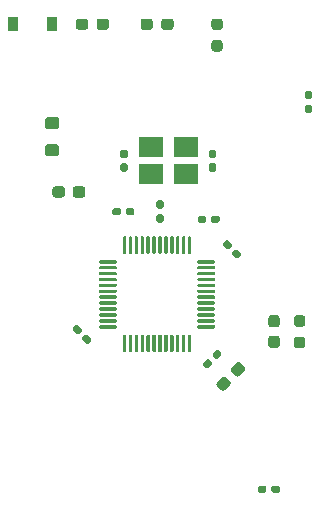
<source format=gbr>
%TF.GenerationSoftware,KiCad,Pcbnew,(5.1.10-1-10_14)*%
%TF.CreationDate,2022-01-24T14:54:24+11:00*%
%TF.ProjectId,STM32L431CBT6_BO,53544d33-324c-4343-9331-434254365f42,rev?*%
%TF.SameCoordinates,Original*%
%TF.FileFunction,Paste,Top*%
%TF.FilePolarity,Positive*%
%FSLAX46Y46*%
G04 Gerber Fmt 4.6, Leading zero omitted, Abs format (unit mm)*
G04 Created by KiCad (PCBNEW (5.1.10-1-10_14)) date 2022-01-24 14:54:24*
%MOMM*%
%LPD*%
G01*
G04 APERTURE LIST*
%ADD10R,0.900000X1.200000*%
%ADD11R,2.100000X1.800000*%
G04 APERTURE END LIST*
%TO.C,C6*%
G36*
G01*
X169531500Y-53820000D02*
X169531500Y-54130000D01*
G75*
G02*
X169376500Y-54285000I-155000J0D01*
G01*
X168951500Y-54285000D01*
G75*
G02*
X168796500Y-54130000I0J155000D01*
G01*
X168796500Y-53820000D01*
G75*
G02*
X168951500Y-53665000I155000J0D01*
G01*
X169376500Y-53665000D01*
G75*
G02*
X169531500Y-53820000I0J-155000D01*
G01*
G37*
G36*
G01*
X168396500Y-53820000D02*
X168396500Y-54130000D01*
G75*
G02*
X168241500Y-54285000I-155000J0D01*
G01*
X167816500Y-54285000D01*
G75*
G02*
X167661500Y-54130000I0J155000D01*
G01*
X167661500Y-53820000D01*
G75*
G02*
X167816500Y-53665000I155000J0D01*
G01*
X168241500Y-53665000D01*
G75*
G02*
X168396500Y-53820000I0J-155000D01*
G01*
G37*
%TD*%
%TO.C,C10*%
G36*
G01*
X168811000Y-49455540D02*
X168501000Y-49455540D01*
G75*
G02*
X168346000Y-49300540I0J155000D01*
G01*
X168346000Y-48875540D01*
G75*
G02*
X168501000Y-48720540I155000J0D01*
G01*
X168811000Y-48720540D01*
G75*
G02*
X168966000Y-48875540I0J-155000D01*
G01*
X168966000Y-49300540D01*
G75*
G02*
X168811000Y-49455540I-155000J0D01*
G01*
G37*
G36*
G01*
X168811000Y-50590540D02*
X168501000Y-50590540D01*
G75*
G02*
X168346000Y-50435540I0J155000D01*
G01*
X168346000Y-50010540D01*
G75*
G02*
X168501000Y-49855540I155000J0D01*
G01*
X168811000Y-49855540D01*
G75*
G02*
X168966000Y-50010540I0J-155000D01*
G01*
X168966000Y-50435540D01*
G75*
G02*
X168811000Y-50590540I-155000J0D01*
G01*
G37*
%TD*%
%TO.C,C5*%
G36*
G01*
X177300372Y-67981752D02*
X177636248Y-68317628D01*
G75*
G02*
X177636248Y-68653504I-167938J-167938D01*
G01*
X177211984Y-69077768D01*
G75*
G02*
X176876108Y-69077768I-167938J167938D01*
G01*
X176540232Y-68741892D01*
G75*
G02*
X176540232Y-68406016I167938J167938D01*
G01*
X176964496Y-67981752D01*
G75*
G02*
X177300372Y-67981752I167938J-167938D01*
G01*
G37*
G36*
G01*
X178520132Y-66761992D02*
X178856008Y-67097868D01*
G75*
G02*
X178856008Y-67433744I-167938J-167938D01*
G01*
X178431744Y-67858008D01*
G75*
G02*
X178095868Y-67858008I-167938J167938D01*
G01*
X177759992Y-67522132D01*
G75*
G02*
X177759992Y-67186256I167938J167938D01*
G01*
X178184256Y-66761992D01*
G75*
G02*
X178520132Y-66761992I167938J-167938D01*
G01*
G37*
%TD*%
%TO.C,C1*%
G36*
G01*
X176027500Y-54765000D02*
X176027500Y-54455000D01*
G75*
G02*
X176182500Y-54300000I155000J0D01*
G01*
X176607500Y-54300000D01*
G75*
G02*
X176762500Y-54455000I0J-155000D01*
G01*
X176762500Y-54765000D01*
G75*
G02*
X176607500Y-54920000I-155000J0D01*
G01*
X176182500Y-54920000D01*
G75*
G02*
X176027500Y-54765000I0J155000D01*
G01*
G37*
G36*
G01*
X174892500Y-54765000D02*
X174892500Y-54455000D01*
G75*
G02*
X175047500Y-54300000I155000J0D01*
G01*
X175472500Y-54300000D01*
G75*
G02*
X175627500Y-54455000I0J-155000D01*
G01*
X175627500Y-54765000D01*
G75*
G02*
X175472500Y-54920000I-155000J0D01*
G01*
X175047500Y-54920000D01*
G75*
G02*
X174892500Y-54765000I0J155000D01*
G01*
G37*
%TD*%
%TO.C,C2*%
G36*
G01*
X177029253Y-56598456D02*
X177248456Y-56379253D01*
G75*
G02*
X177467660Y-56379253I109602J-109602D01*
G01*
X177768181Y-56679774D01*
G75*
G02*
X177768181Y-56898978I-109602J-109602D01*
G01*
X177548978Y-57118181D01*
G75*
G02*
X177329774Y-57118181I-109602J109602D01*
G01*
X177029253Y-56817660D01*
G75*
G02*
X177029253Y-56598456I109602J109602D01*
G01*
G37*
G36*
G01*
X177831819Y-57401022D02*
X178051022Y-57181819D01*
G75*
G02*
X178270226Y-57181819I109602J-109602D01*
G01*
X178570747Y-57482340D01*
G75*
G02*
X178570747Y-57701544I-109602J-109602D01*
G01*
X178351544Y-57920747D01*
G75*
G02*
X178132340Y-57920747I-109602J109602D01*
G01*
X177831819Y-57620226D01*
G75*
G02*
X177831819Y-57401022I109602J109602D01*
G01*
G37*
%TD*%
%TO.C,C3*%
G36*
G01*
X165068181Y-64117695D02*
X164848978Y-64336898D01*
G75*
G02*
X164629774Y-64336898I-109602J109602D01*
G01*
X164329253Y-64036377D01*
G75*
G02*
X164329253Y-63817173I109602J109602D01*
G01*
X164548456Y-63597970D01*
G75*
G02*
X164767660Y-63597970I109602J-109602D01*
G01*
X165068181Y-63898491D01*
G75*
G02*
X165068181Y-64117695I-109602J-109602D01*
G01*
G37*
G36*
G01*
X165870747Y-64920261D02*
X165651544Y-65139464D01*
G75*
G02*
X165432340Y-65139464I-109602J109602D01*
G01*
X165131819Y-64838943D01*
G75*
G02*
X165131819Y-64619739I109602J109602D01*
G01*
X165351022Y-64400536D01*
G75*
G02*
X165570226Y-64400536I109602J-109602D01*
G01*
X165870747Y-64701057D01*
G75*
G02*
X165870747Y-64920261I-109602J-109602D01*
G01*
G37*
%TD*%
%TO.C,C4*%
G36*
G01*
X176680261Y-65670536D02*
X176899464Y-65889739D01*
G75*
G02*
X176899464Y-66108943I-109602J-109602D01*
G01*
X176598943Y-66409464D01*
G75*
G02*
X176379739Y-66409464I-109602J109602D01*
G01*
X176160536Y-66190261D01*
G75*
G02*
X176160536Y-65971057I109602J109602D01*
G01*
X176461057Y-65670536D01*
G75*
G02*
X176680261Y-65670536I109602J-109602D01*
G01*
G37*
G36*
G01*
X175877695Y-66473102D02*
X176096898Y-66692305D01*
G75*
G02*
X176096898Y-66911509I-109602J-109602D01*
G01*
X175796377Y-67212030D01*
G75*
G02*
X175577173Y-67212030I-109602J109602D01*
G01*
X175357970Y-66992827D01*
G75*
G02*
X175357970Y-66773623I109602J109602D01*
G01*
X175658491Y-66473102D01*
G75*
G02*
X175877695Y-66473102I109602J-109602D01*
G01*
G37*
%TD*%
%TO.C,C7*%
G36*
G01*
X165383500Y-52060500D02*
X165383500Y-52535500D01*
G75*
G02*
X165146000Y-52773000I-237500J0D01*
G01*
X164546000Y-52773000D01*
G75*
G02*
X164308500Y-52535500I0J237500D01*
G01*
X164308500Y-52060500D01*
G75*
G02*
X164546000Y-51823000I237500J0D01*
G01*
X165146000Y-51823000D01*
G75*
G02*
X165383500Y-52060500I0J-237500D01*
G01*
G37*
G36*
G01*
X163658500Y-52060500D02*
X163658500Y-52535500D01*
G75*
G02*
X163421000Y-52773000I-237500J0D01*
G01*
X162821000Y-52773000D01*
G75*
G02*
X162583500Y-52535500I0J237500D01*
G01*
X162583500Y-52060500D01*
G75*
G02*
X162821000Y-51823000I237500J0D01*
G01*
X163421000Y-51823000D01*
G75*
G02*
X163658500Y-52060500I0J-237500D01*
G01*
G37*
%TD*%
%TO.C,C8*%
G36*
G01*
X180715500Y-77315000D02*
X180715500Y-77625000D01*
G75*
G02*
X180560500Y-77780000I-155000J0D01*
G01*
X180135500Y-77780000D01*
G75*
G02*
X179980500Y-77625000I0J155000D01*
G01*
X179980500Y-77315000D01*
G75*
G02*
X180135500Y-77160000I155000J0D01*
G01*
X180560500Y-77160000D01*
G75*
G02*
X180715500Y-77315000I0J-155000D01*
G01*
G37*
G36*
G01*
X181850500Y-77315000D02*
X181850500Y-77625000D01*
G75*
G02*
X181695500Y-77780000I-155000J0D01*
G01*
X181270500Y-77780000D01*
G75*
G02*
X181115500Y-77625000I0J155000D01*
G01*
X181115500Y-77315000D01*
G75*
G02*
X181270500Y-77160000I155000J0D01*
G01*
X181695500Y-77160000D01*
G75*
G02*
X181850500Y-77315000I0J-155000D01*
G01*
G37*
%TD*%
%TO.C,C9*%
G36*
G01*
X175994000Y-48720920D02*
X176304000Y-48720920D01*
G75*
G02*
X176459000Y-48875920I0J-155000D01*
G01*
X176459000Y-49300920D01*
G75*
G02*
X176304000Y-49455920I-155000J0D01*
G01*
X175994000Y-49455920D01*
G75*
G02*
X175839000Y-49300920I0J155000D01*
G01*
X175839000Y-48875920D01*
G75*
G02*
X175994000Y-48720920I155000J0D01*
G01*
G37*
G36*
G01*
X175994000Y-49855920D02*
X176304000Y-49855920D01*
G75*
G02*
X176459000Y-50010920I0J-155000D01*
G01*
X176459000Y-50435920D01*
G75*
G02*
X176304000Y-50590920I-155000J0D01*
G01*
X175994000Y-50590920D01*
G75*
G02*
X175839000Y-50435920I0J155000D01*
G01*
X175839000Y-50010920D01*
G75*
G02*
X175994000Y-49855920I155000J0D01*
G01*
G37*
%TD*%
D10*
%TO.C,D1*%
X162560000Y-38100000D03*
X159260000Y-38100000D03*
%TD*%
%TO.C,D2*%
G36*
G01*
X181593500Y-63771000D02*
X181118500Y-63771000D01*
G75*
G02*
X180881000Y-63533500I0J237500D01*
G01*
X180881000Y-62958500D01*
G75*
G02*
X181118500Y-62721000I237500J0D01*
G01*
X181593500Y-62721000D01*
G75*
G02*
X181831000Y-62958500I0J-237500D01*
G01*
X181831000Y-63533500D01*
G75*
G02*
X181593500Y-63771000I-237500J0D01*
G01*
G37*
G36*
G01*
X181593500Y-65521000D02*
X181118500Y-65521000D01*
G75*
G02*
X180881000Y-65283500I0J237500D01*
G01*
X180881000Y-64708500D01*
G75*
G02*
X181118500Y-64471000I237500J0D01*
G01*
X181593500Y-64471000D01*
G75*
G02*
X181831000Y-64708500I0J-237500D01*
G01*
X181831000Y-65283500D01*
G75*
G02*
X181593500Y-65521000I-237500J0D01*
G01*
G37*
%TD*%
%TO.C,D3*%
G36*
G01*
X172850000Y-37862500D02*
X172850000Y-38337500D01*
G75*
G02*
X172612500Y-38575000I-237500J0D01*
G01*
X172037500Y-38575000D01*
G75*
G02*
X171800000Y-38337500I0J237500D01*
G01*
X171800000Y-37862500D01*
G75*
G02*
X172037500Y-37625000I237500J0D01*
G01*
X172612500Y-37625000D01*
G75*
G02*
X172850000Y-37862500I0J-237500D01*
G01*
G37*
G36*
G01*
X171100000Y-37862500D02*
X171100000Y-38337500D01*
G75*
G02*
X170862500Y-38575000I-237500J0D01*
G01*
X170287500Y-38575000D01*
G75*
G02*
X170050000Y-38337500I0J237500D01*
G01*
X170050000Y-37862500D01*
G75*
G02*
X170287500Y-37625000I237500J0D01*
G01*
X170862500Y-37625000D01*
G75*
G02*
X171100000Y-37862500I0J-237500D01*
G01*
G37*
%TD*%
%TO.C,F1*%
G36*
G01*
X167375000Y-37862500D02*
X167375000Y-38337500D01*
G75*
G02*
X167137500Y-38575000I-237500J0D01*
G01*
X166562500Y-38575000D01*
G75*
G02*
X166325000Y-38337500I0J237500D01*
G01*
X166325000Y-37862500D01*
G75*
G02*
X166562500Y-37625000I237500J0D01*
G01*
X167137500Y-37625000D01*
G75*
G02*
X167375000Y-37862500I0J-237500D01*
G01*
G37*
G36*
G01*
X165625000Y-37862500D02*
X165625000Y-38337500D01*
G75*
G02*
X165387500Y-38575000I-237500J0D01*
G01*
X164812500Y-38575000D01*
G75*
G02*
X164575000Y-38337500I0J237500D01*
G01*
X164575000Y-37862500D01*
G75*
G02*
X164812500Y-37625000I237500J0D01*
G01*
X165387500Y-37625000D01*
G75*
G02*
X165625000Y-37862500I0J-237500D01*
G01*
G37*
%TD*%
%TO.C,FB1*%
G36*
G01*
X162910001Y-49293000D02*
X162209999Y-49293000D01*
G75*
G02*
X161960000Y-49043001I0J249999D01*
G01*
X161960000Y-48492999D01*
G75*
G02*
X162209999Y-48243000I249999J0D01*
G01*
X162910001Y-48243000D01*
G75*
G02*
X163160000Y-48492999I0J-249999D01*
G01*
X163160000Y-49043001D01*
G75*
G02*
X162910001Y-49293000I-249999J0D01*
G01*
G37*
G36*
G01*
X162910001Y-46993000D02*
X162209999Y-46993000D01*
G75*
G02*
X161960000Y-46743001I0J249999D01*
G01*
X161960000Y-46192999D01*
G75*
G02*
X162209999Y-45943000I249999J0D01*
G01*
X162910001Y-45943000D01*
G75*
G02*
X163160000Y-46192999I0J-249999D01*
G01*
X163160000Y-46743001D01*
G75*
G02*
X162910001Y-46993000I-249999J0D01*
G01*
G37*
%TD*%
%TO.C,R1*%
G36*
G01*
X184117000Y-43711500D02*
X184437000Y-43711500D01*
G75*
G02*
X184597000Y-43871500I0J-160000D01*
G01*
X184597000Y-44266500D01*
G75*
G02*
X184437000Y-44426500I-160000J0D01*
G01*
X184117000Y-44426500D01*
G75*
G02*
X183957000Y-44266500I0J160000D01*
G01*
X183957000Y-43871500D01*
G75*
G02*
X184117000Y-43711500I160000J0D01*
G01*
G37*
G36*
G01*
X184117000Y-44906500D02*
X184437000Y-44906500D01*
G75*
G02*
X184597000Y-45066500I0J-160000D01*
G01*
X184597000Y-45461500D01*
G75*
G02*
X184437000Y-45621500I-160000J0D01*
G01*
X184117000Y-45621500D01*
G75*
G02*
X183957000Y-45461500I0J160000D01*
G01*
X183957000Y-45066500D01*
G75*
G02*
X184117000Y-44906500I160000J0D01*
G01*
G37*
%TD*%
%TO.C,R2*%
G36*
G01*
X183752500Y-63710000D02*
X183277500Y-63710000D01*
G75*
G02*
X183040000Y-63472500I0J237500D01*
G01*
X183040000Y-62972500D01*
G75*
G02*
X183277500Y-62735000I237500J0D01*
G01*
X183752500Y-62735000D01*
G75*
G02*
X183990000Y-62972500I0J-237500D01*
G01*
X183990000Y-63472500D01*
G75*
G02*
X183752500Y-63710000I-237500J0D01*
G01*
G37*
G36*
G01*
X183752500Y-65535000D02*
X183277500Y-65535000D01*
G75*
G02*
X183040000Y-65297500I0J237500D01*
G01*
X183040000Y-64797500D01*
G75*
G02*
X183277500Y-64560000I237500J0D01*
G01*
X183752500Y-64560000D01*
G75*
G02*
X183990000Y-64797500I0J-237500D01*
G01*
X183990000Y-65297500D01*
G75*
G02*
X183752500Y-65535000I-237500J0D01*
G01*
G37*
%TD*%
%TO.C,R3*%
G36*
G01*
X171864000Y-53697500D02*
X171544000Y-53697500D01*
G75*
G02*
X171384000Y-53537500I0J160000D01*
G01*
X171384000Y-53142500D01*
G75*
G02*
X171544000Y-52982500I160000J0D01*
G01*
X171864000Y-52982500D01*
G75*
G02*
X172024000Y-53142500I0J-160000D01*
G01*
X172024000Y-53537500D01*
G75*
G02*
X171864000Y-53697500I-160000J0D01*
G01*
G37*
G36*
G01*
X171864000Y-54892500D02*
X171544000Y-54892500D01*
G75*
G02*
X171384000Y-54732500I0J160000D01*
G01*
X171384000Y-54337500D01*
G75*
G02*
X171544000Y-54177500I160000J0D01*
G01*
X171864000Y-54177500D01*
G75*
G02*
X172024000Y-54337500I0J-160000D01*
G01*
X172024000Y-54732500D01*
G75*
G02*
X171864000Y-54892500I-160000J0D01*
G01*
G37*
%TD*%
%TO.C,R4*%
G36*
G01*
X176292500Y-37612500D02*
X176767500Y-37612500D01*
G75*
G02*
X177005000Y-37850000I0J-237500D01*
G01*
X177005000Y-38350000D01*
G75*
G02*
X176767500Y-38587500I-237500J0D01*
G01*
X176292500Y-38587500D01*
G75*
G02*
X176055000Y-38350000I0J237500D01*
G01*
X176055000Y-37850000D01*
G75*
G02*
X176292500Y-37612500I237500J0D01*
G01*
G37*
G36*
G01*
X176292500Y-39437500D02*
X176767500Y-39437500D01*
G75*
G02*
X177005000Y-39675000I0J-237500D01*
G01*
X177005000Y-40175000D01*
G75*
G02*
X176767500Y-40412500I-237500J0D01*
G01*
X176292500Y-40412500D01*
G75*
G02*
X176055000Y-40175000I0J237500D01*
G01*
X176055000Y-39675000D01*
G75*
G02*
X176292500Y-39437500I237500J0D01*
G01*
G37*
%TD*%
%TO.C,U1*%
G36*
G01*
X174125000Y-56060000D02*
X174275000Y-56060000D01*
G75*
G02*
X174350000Y-56135000I0J-75000D01*
G01*
X174350000Y-57460000D01*
G75*
G02*
X174275000Y-57535000I-75000J0D01*
G01*
X174125000Y-57535000D01*
G75*
G02*
X174050000Y-57460000I0J75000D01*
G01*
X174050000Y-56135000D01*
G75*
G02*
X174125000Y-56060000I75000J0D01*
G01*
G37*
G36*
G01*
X173625000Y-56060000D02*
X173775000Y-56060000D01*
G75*
G02*
X173850000Y-56135000I0J-75000D01*
G01*
X173850000Y-57460000D01*
G75*
G02*
X173775000Y-57535000I-75000J0D01*
G01*
X173625000Y-57535000D01*
G75*
G02*
X173550000Y-57460000I0J75000D01*
G01*
X173550000Y-56135000D01*
G75*
G02*
X173625000Y-56060000I75000J0D01*
G01*
G37*
G36*
G01*
X173125000Y-56060000D02*
X173275000Y-56060000D01*
G75*
G02*
X173350000Y-56135000I0J-75000D01*
G01*
X173350000Y-57460000D01*
G75*
G02*
X173275000Y-57535000I-75000J0D01*
G01*
X173125000Y-57535000D01*
G75*
G02*
X173050000Y-57460000I0J75000D01*
G01*
X173050000Y-56135000D01*
G75*
G02*
X173125000Y-56060000I75000J0D01*
G01*
G37*
G36*
G01*
X172625000Y-56060000D02*
X172775000Y-56060000D01*
G75*
G02*
X172850000Y-56135000I0J-75000D01*
G01*
X172850000Y-57460000D01*
G75*
G02*
X172775000Y-57535000I-75000J0D01*
G01*
X172625000Y-57535000D01*
G75*
G02*
X172550000Y-57460000I0J75000D01*
G01*
X172550000Y-56135000D01*
G75*
G02*
X172625000Y-56060000I75000J0D01*
G01*
G37*
G36*
G01*
X172125000Y-56060000D02*
X172275000Y-56060000D01*
G75*
G02*
X172350000Y-56135000I0J-75000D01*
G01*
X172350000Y-57460000D01*
G75*
G02*
X172275000Y-57535000I-75000J0D01*
G01*
X172125000Y-57535000D01*
G75*
G02*
X172050000Y-57460000I0J75000D01*
G01*
X172050000Y-56135000D01*
G75*
G02*
X172125000Y-56060000I75000J0D01*
G01*
G37*
G36*
G01*
X171625000Y-56060000D02*
X171775000Y-56060000D01*
G75*
G02*
X171850000Y-56135000I0J-75000D01*
G01*
X171850000Y-57460000D01*
G75*
G02*
X171775000Y-57535000I-75000J0D01*
G01*
X171625000Y-57535000D01*
G75*
G02*
X171550000Y-57460000I0J75000D01*
G01*
X171550000Y-56135000D01*
G75*
G02*
X171625000Y-56060000I75000J0D01*
G01*
G37*
G36*
G01*
X171125000Y-56060000D02*
X171275000Y-56060000D01*
G75*
G02*
X171350000Y-56135000I0J-75000D01*
G01*
X171350000Y-57460000D01*
G75*
G02*
X171275000Y-57535000I-75000J0D01*
G01*
X171125000Y-57535000D01*
G75*
G02*
X171050000Y-57460000I0J75000D01*
G01*
X171050000Y-56135000D01*
G75*
G02*
X171125000Y-56060000I75000J0D01*
G01*
G37*
G36*
G01*
X170625000Y-56060000D02*
X170775000Y-56060000D01*
G75*
G02*
X170850000Y-56135000I0J-75000D01*
G01*
X170850000Y-57460000D01*
G75*
G02*
X170775000Y-57535000I-75000J0D01*
G01*
X170625000Y-57535000D01*
G75*
G02*
X170550000Y-57460000I0J75000D01*
G01*
X170550000Y-56135000D01*
G75*
G02*
X170625000Y-56060000I75000J0D01*
G01*
G37*
G36*
G01*
X170125000Y-56060000D02*
X170275000Y-56060000D01*
G75*
G02*
X170350000Y-56135000I0J-75000D01*
G01*
X170350000Y-57460000D01*
G75*
G02*
X170275000Y-57535000I-75000J0D01*
G01*
X170125000Y-57535000D01*
G75*
G02*
X170050000Y-57460000I0J75000D01*
G01*
X170050000Y-56135000D01*
G75*
G02*
X170125000Y-56060000I75000J0D01*
G01*
G37*
G36*
G01*
X169625000Y-56060000D02*
X169775000Y-56060000D01*
G75*
G02*
X169850000Y-56135000I0J-75000D01*
G01*
X169850000Y-57460000D01*
G75*
G02*
X169775000Y-57535000I-75000J0D01*
G01*
X169625000Y-57535000D01*
G75*
G02*
X169550000Y-57460000I0J75000D01*
G01*
X169550000Y-56135000D01*
G75*
G02*
X169625000Y-56060000I75000J0D01*
G01*
G37*
G36*
G01*
X169125000Y-56060000D02*
X169275000Y-56060000D01*
G75*
G02*
X169350000Y-56135000I0J-75000D01*
G01*
X169350000Y-57460000D01*
G75*
G02*
X169275000Y-57535000I-75000J0D01*
G01*
X169125000Y-57535000D01*
G75*
G02*
X169050000Y-57460000I0J75000D01*
G01*
X169050000Y-56135000D01*
G75*
G02*
X169125000Y-56060000I75000J0D01*
G01*
G37*
G36*
G01*
X168625000Y-56060000D02*
X168775000Y-56060000D01*
G75*
G02*
X168850000Y-56135000I0J-75000D01*
G01*
X168850000Y-57460000D01*
G75*
G02*
X168775000Y-57535000I-75000J0D01*
G01*
X168625000Y-57535000D01*
G75*
G02*
X168550000Y-57460000I0J75000D01*
G01*
X168550000Y-56135000D01*
G75*
G02*
X168625000Y-56060000I75000J0D01*
G01*
G37*
G36*
G01*
X166625000Y-58060000D02*
X167950000Y-58060000D01*
G75*
G02*
X168025000Y-58135000I0J-75000D01*
G01*
X168025000Y-58285000D01*
G75*
G02*
X167950000Y-58360000I-75000J0D01*
G01*
X166625000Y-58360000D01*
G75*
G02*
X166550000Y-58285000I0J75000D01*
G01*
X166550000Y-58135000D01*
G75*
G02*
X166625000Y-58060000I75000J0D01*
G01*
G37*
G36*
G01*
X166625000Y-58560000D02*
X167950000Y-58560000D01*
G75*
G02*
X168025000Y-58635000I0J-75000D01*
G01*
X168025000Y-58785000D01*
G75*
G02*
X167950000Y-58860000I-75000J0D01*
G01*
X166625000Y-58860000D01*
G75*
G02*
X166550000Y-58785000I0J75000D01*
G01*
X166550000Y-58635000D01*
G75*
G02*
X166625000Y-58560000I75000J0D01*
G01*
G37*
G36*
G01*
X166625000Y-59060000D02*
X167950000Y-59060000D01*
G75*
G02*
X168025000Y-59135000I0J-75000D01*
G01*
X168025000Y-59285000D01*
G75*
G02*
X167950000Y-59360000I-75000J0D01*
G01*
X166625000Y-59360000D01*
G75*
G02*
X166550000Y-59285000I0J75000D01*
G01*
X166550000Y-59135000D01*
G75*
G02*
X166625000Y-59060000I75000J0D01*
G01*
G37*
G36*
G01*
X166625000Y-59560000D02*
X167950000Y-59560000D01*
G75*
G02*
X168025000Y-59635000I0J-75000D01*
G01*
X168025000Y-59785000D01*
G75*
G02*
X167950000Y-59860000I-75000J0D01*
G01*
X166625000Y-59860000D01*
G75*
G02*
X166550000Y-59785000I0J75000D01*
G01*
X166550000Y-59635000D01*
G75*
G02*
X166625000Y-59560000I75000J0D01*
G01*
G37*
G36*
G01*
X166625000Y-60060000D02*
X167950000Y-60060000D01*
G75*
G02*
X168025000Y-60135000I0J-75000D01*
G01*
X168025000Y-60285000D01*
G75*
G02*
X167950000Y-60360000I-75000J0D01*
G01*
X166625000Y-60360000D01*
G75*
G02*
X166550000Y-60285000I0J75000D01*
G01*
X166550000Y-60135000D01*
G75*
G02*
X166625000Y-60060000I75000J0D01*
G01*
G37*
G36*
G01*
X166625000Y-60560000D02*
X167950000Y-60560000D01*
G75*
G02*
X168025000Y-60635000I0J-75000D01*
G01*
X168025000Y-60785000D01*
G75*
G02*
X167950000Y-60860000I-75000J0D01*
G01*
X166625000Y-60860000D01*
G75*
G02*
X166550000Y-60785000I0J75000D01*
G01*
X166550000Y-60635000D01*
G75*
G02*
X166625000Y-60560000I75000J0D01*
G01*
G37*
G36*
G01*
X166625000Y-61060000D02*
X167950000Y-61060000D01*
G75*
G02*
X168025000Y-61135000I0J-75000D01*
G01*
X168025000Y-61285000D01*
G75*
G02*
X167950000Y-61360000I-75000J0D01*
G01*
X166625000Y-61360000D01*
G75*
G02*
X166550000Y-61285000I0J75000D01*
G01*
X166550000Y-61135000D01*
G75*
G02*
X166625000Y-61060000I75000J0D01*
G01*
G37*
G36*
G01*
X166625000Y-61560000D02*
X167950000Y-61560000D01*
G75*
G02*
X168025000Y-61635000I0J-75000D01*
G01*
X168025000Y-61785000D01*
G75*
G02*
X167950000Y-61860000I-75000J0D01*
G01*
X166625000Y-61860000D01*
G75*
G02*
X166550000Y-61785000I0J75000D01*
G01*
X166550000Y-61635000D01*
G75*
G02*
X166625000Y-61560000I75000J0D01*
G01*
G37*
G36*
G01*
X166625000Y-62060000D02*
X167950000Y-62060000D01*
G75*
G02*
X168025000Y-62135000I0J-75000D01*
G01*
X168025000Y-62285000D01*
G75*
G02*
X167950000Y-62360000I-75000J0D01*
G01*
X166625000Y-62360000D01*
G75*
G02*
X166550000Y-62285000I0J75000D01*
G01*
X166550000Y-62135000D01*
G75*
G02*
X166625000Y-62060000I75000J0D01*
G01*
G37*
G36*
G01*
X166625000Y-62560000D02*
X167950000Y-62560000D01*
G75*
G02*
X168025000Y-62635000I0J-75000D01*
G01*
X168025000Y-62785000D01*
G75*
G02*
X167950000Y-62860000I-75000J0D01*
G01*
X166625000Y-62860000D01*
G75*
G02*
X166550000Y-62785000I0J75000D01*
G01*
X166550000Y-62635000D01*
G75*
G02*
X166625000Y-62560000I75000J0D01*
G01*
G37*
G36*
G01*
X166625000Y-63060000D02*
X167950000Y-63060000D01*
G75*
G02*
X168025000Y-63135000I0J-75000D01*
G01*
X168025000Y-63285000D01*
G75*
G02*
X167950000Y-63360000I-75000J0D01*
G01*
X166625000Y-63360000D01*
G75*
G02*
X166550000Y-63285000I0J75000D01*
G01*
X166550000Y-63135000D01*
G75*
G02*
X166625000Y-63060000I75000J0D01*
G01*
G37*
G36*
G01*
X166625000Y-63560000D02*
X167950000Y-63560000D01*
G75*
G02*
X168025000Y-63635000I0J-75000D01*
G01*
X168025000Y-63785000D01*
G75*
G02*
X167950000Y-63860000I-75000J0D01*
G01*
X166625000Y-63860000D01*
G75*
G02*
X166550000Y-63785000I0J75000D01*
G01*
X166550000Y-63635000D01*
G75*
G02*
X166625000Y-63560000I75000J0D01*
G01*
G37*
G36*
G01*
X168625000Y-64385000D02*
X168775000Y-64385000D01*
G75*
G02*
X168850000Y-64460000I0J-75000D01*
G01*
X168850000Y-65785000D01*
G75*
G02*
X168775000Y-65860000I-75000J0D01*
G01*
X168625000Y-65860000D01*
G75*
G02*
X168550000Y-65785000I0J75000D01*
G01*
X168550000Y-64460000D01*
G75*
G02*
X168625000Y-64385000I75000J0D01*
G01*
G37*
G36*
G01*
X169125000Y-64385000D02*
X169275000Y-64385000D01*
G75*
G02*
X169350000Y-64460000I0J-75000D01*
G01*
X169350000Y-65785000D01*
G75*
G02*
X169275000Y-65860000I-75000J0D01*
G01*
X169125000Y-65860000D01*
G75*
G02*
X169050000Y-65785000I0J75000D01*
G01*
X169050000Y-64460000D01*
G75*
G02*
X169125000Y-64385000I75000J0D01*
G01*
G37*
G36*
G01*
X169625000Y-64385000D02*
X169775000Y-64385000D01*
G75*
G02*
X169850000Y-64460000I0J-75000D01*
G01*
X169850000Y-65785000D01*
G75*
G02*
X169775000Y-65860000I-75000J0D01*
G01*
X169625000Y-65860000D01*
G75*
G02*
X169550000Y-65785000I0J75000D01*
G01*
X169550000Y-64460000D01*
G75*
G02*
X169625000Y-64385000I75000J0D01*
G01*
G37*
G36*
G01*
X170125000Y-64385000D02*
X170275000Y-64385000D01*
G75*
G02*
X170350000Y-64460000I0J-75000D01*
G01*
X170350000Y-65785000D01*
G75*
G02*
X170275000Y-65860000I-75000J0D01*
G01*
X170125000Y-65860000D01*
G75*
G02*
X170050000Y-65785000I0J75000D01*
G01*
X170050000Y-64460000D01*
G75*
G02*
X170125000Y-64385000I75000J0D01*
G01*
G37*
G36*
G01*
X170625000Y-64385000D02*
X170775000Y-64385000D01*
G75*
G02*
X170850000Y-64460000I0J-75000D01*
G01*
X170850000Y-65785000D01*
G75*
G02*
X170775000Y-65860000I-75000J0D01*
G01*
X170625000Y-65860000D01*
G75*
G02*
X170550000Y-65785000I0J75000D01*
G01*
X170550000Y-64460000D01*
G75*
G02*
X170625000Y-64385000I75000J0D01*
G01*
G37*
G36*
G01*
X171125000Y-64385000D02*
X171275000Y-64385000D01*
G75*
G02*
X171350000Y-64460000I0J-75000D01*
G01*
X171350000Y-65785000D01*
G75*
G02*
X171275000Y-65860000I-75000J0D01*
G01*
X171125000Y-65860000D01*
G75*
G02*
X171050000Y-65785000I0J75000D01*
G01*
X171050000Y-64460000D01*
G75*
G02*
X171125000Y-64385000I75000J0D01*
G01*
G37*
G36*
G01*
X171625000Y-64385000D02*
X171775000Y-64385000D01*
G75*
G02*
X171850000Y-64460000I0J-75000D01*
G01*
X171850000Y-65785000D01*
G75*
G02*
X171775000Y-65860000I-75000J0D01*
G01*
X171625000Y-65860000D01*
G75*
G02*
X171550000Y-65785000I0J75000D01*
G01*
X171550000Y-64460000D01*
G75*
G02*
X171625000Y-64385000I75000J0D01*
G01*
G37*
G36*
G01*
X172125000Y-64385000D02*
X172275000Y-64385000D01*
G75*
G02*
X172350000Y-64460000I0J-75000D01*
G01*
X172350000Y-65785000D01*
G75*
G02*
X172275000Y-65860000I-75000J0D01*
G01*
X172125000Y-65860000D01*
G75*
G02*
X172050000Y-65785000I0J75000D01*
G01*
X172050000Y-64460000D01*
G75*
G02*
X172125000Y-64385000I75000J0D01*
G01*
G37*
G36*
G01*
X172625000Y-64385000D02*
X172775000Y-64385000D01*
G75*
G02*
X172850000Y-64460000I0J-75000D01*
G01*
X172850000Y-65785000D01*
G75*
G02*
X172775000Y-65860000I-75000J0D01*
G01*
X172625000Y-65860000D01*
G75*
G02*
X172550000Y-65785000I0J75000D01*
G01*
X172550000Y-64460000D01*
G75*
G02*
X172625000Y-64385000I75000J0D01*
G01*
G37*
G36*
G01*
X173125000Y-64385000D02*
X173275000Y-64385000D01*
G75*
G02*
X173350000Y-64460000I0J-75000D01*
G01*
X173350000Y-65785000D01*
G75*
G02*
X173275000Y-65860000I-75000J0D01*
G01*
X173125000Y-65860000D01*
G75*
G02*
X173050000Y-65785000I0J75000D01*
G01*
X173050000Y-64460000D01*
G75*
G02*
X173125000Y-64385000I75000J0D01*
G01*
G37*
G36*
G01*
X173625000Y-64385000D02*
X173775000Y-64385000D01*
G75*
G02*
X173850000Y-64460000I0J-75000D01*
G01*
X173850000Y-65785000D01*
G75*
G02*
X173775000Y-65860000I-75000J0D01*
G01*
X173625000Y-65860000D01*
G75*
G02*
X173550000Y-65785000I0J75000D01*
G01*
X173550000Y-64460000D01*
G75*
G02*
X173625000Y-64385000I75000J0D01*
G01*
G37*
G36*
G01*
X174125000Y-64385000D02*
X174275000Y-64385000D01*
G75*
G02*
X174350000Y-64460000I0J-75000D01*
G01*
X174350000Y-65785000D01*
G75*
G02*
X174275000Y-65860000I-75000J0D01*
G01*
X174125000Y-65860000D01*
G75*
G02*
X174050000Y-65785000I0J75000D01*
G01*
X174050000Y-64460000D01*
G75*
G02*
X174125000Y-64385000I75000J0D01*
G01*
G37*
G36*
G01*
X174950000Y-63560000D02*
X176275000Y-63560000D01*
G75*
G02*
X176350000Y-63635000I0J-75000D01*
G01*
X176350000Y-63785000D01*
G75*
G02*
X176275000Y-63860000I-75000J0D01*
G01*
X174950000Y-63860000D01*
G75*
G02*
X174875000Y-63785000I0J75000D01*
G01*
X174875000Y-63635000D01*
G75*
G02*
X174950000Y-63560000I75000J0D01*
G01*
G37*
G36*
G01*
X174950000Y-63060000D02*
X176275000Y-63060000D01*
G75*
G02*
X176350000Y-63135000I0J-75000D01*
G01*
X176350000Y-63285000D01*
G75*
G02*
X176275000Y-63360000I-75000J0D01*
G01*
X174950000Y-63360000D01*
G75*
G02*
X174875000Y-63285000I0J75000D01*
G01*
X174875000Y-63135000D01*
G75*
G02*
X174950000Y-63060000I75000J0D01*
G01*
G37*
G36*
G01*
X174950000Y-62560000D02*
X176275000Y-62560000D01*
G75*
G02*
X176350000Y-62635000I0J-75000D01*
G01*
X176350000Y-62785000D01*
G75*
G02*
X176275000Y-62860000I-75000J0D01*
G01*
X174950000Y-62860000D01*
G75*
G02*
X174875000Y-62785000I0J75000D01*
G01*
X174875000Y-62635000D01*
G75*
G02*
X174950000Y-62560000I75000J0D01*
G01*
G37*
G36*
G01*
X174950000Y-62060000D02*
X176275000Y-62060000D01*
G75*
G02*
X176350000Y-62135000I0J-75000D01*
G01*
X176350000Y-62285000D01*
G75*
G02*
X176275000Y-62360000I-75000J0D01*
G01*
X174950000Y-62360000D01*
G75*
G02*
X174875000Y-62285000I0J75000D01*
G01*
X174875000Y-62135000D01*
G75*
G02*
X174950000Y-62060000I75000J0D01*
G01*
G37*
G36*
G01*
X174950000Y-61560000D02*
X176275000Y-61560000D01*
G75*
G02*
X176350000Y-61635000I0J-75000D01*
G01*
X176350000Y-61785000D01*
G75*
G02*
X176275000Y-61860000I-75000J0D01*
G01*
X174950000Y-61860000D01*
G75*
G02*
X174875000Y-61785000I0J75000D01*
G01*
X174875000Y-61635000D01*
G75*
G02*
X174950000Y-61560000I75000J0D01*
G01*
G37*
G36*
G01*
X174950000Y-61060000D02*
X176275000Y-61060000D01*
G75*
G02*
X176350000Y-61135000I0J-75000D01*
G01*
X176350000Y-61285000D01*
G75*
G02*
X176275000Y-61360000I-75000J0D01*
G01*
X174950000Y-61360000D01*
G75*
G02*
X174875000Y-61285000I0J75000D01*
G01*
X174875000Y-61135000D01*
G75*
G02*
X174950000Y-61060000I75000J0D01*
G01*
G37*
G36*
G01*
X174950000Y-60560000D02*
X176275000Y-60560000D01*
G75*
G02*
X176350000Y-60635000I0J-75000D01*
G01*
X176350000Y-60785000D01*
G75*
G02*
X176275000Y-60860000I-75000J0D01*
G01*
X174950000Y-60860000D01*
G75*
G02*
X174875000Y-60785000I0J75000D01*
G01*
X174875000Y-60635000D01*
G75*
G02*
X174950000Y-60560000I75000J0D01*
G01*
G37*
G36*
G01*
X174950000Y-60060000D02*
X176275000Y-60060000D01*
G75*
G02*
X176350000Y-60135000I0J-75000D01*
G01*
X176350000Y-60285000D01*
G75*
G02*
X176275000Y-60360000I-75000J0D01*
G01*
X174950000Y-60360000D01*
G75*
G02*
X174875000Y-60285000I0J75000D01*
G01*
X174875000Y-60135000D01*
G75*
G02*
X174950000Y-60060000I75000J0D01*
G01*
G37*
G36*
G01*
X174950000Y-59560000D02*
X176275000Y-59560000D01*
G75*
G02*
X176350000Y-59635000I0J-75000D01*
G01*
X176350000Y-59785000D01*
G75*
G02*
X176275000Y-59860000I-75000J0D01*
G01*
X174950000Y-59860000D01*
G75*
G02*
X174875000Y-59785000I0J75000D01*
G01*
X174875000Y-59635000D01*
G75*
G02*
X174950000Y-59560000I75000J0D01*
G01*
G37*
G36*
G01*
X174950000Y-59060000D02*
X176275000Y-59060000D01*
G75*
G02*
X176350000Y-59135000I0J-75000D01*
G01*
X176350000Y-59285000D01*
G75*
G02*
X176275000Y-59360000I-75000J0D01*
G01*
X174950000Y-59360000D01*
G75*
G02*
X174875000Y-59285000I0J75000D01*
G01*
X174875000Y-59135000D01*
G75*
G02*
X174950000Y-59060000I75000J0D01*
G01*
G37*
G36*
G01*
X174950000Y-58560000D02*
X176275000Y-58560000D01*
G75*
G02*
X176350000Y-58635000I0J-75000D01*
G01*
X176350000Y-58785000D01*
G75*
G02*
X176275000Y-58860000I-75000J0D01*
G01*
X174950000Y-58860000D01*
G75*
G02*
X174875000Y-58785000I0J75000D01*
G01*
X174875000Y-58635000D01*
G75*
G02*
X174950000Y-58560000I75000J0D01*
G01*
G37*
G36*
G01*
X174950000Y-58060000D02*
X176275000Y-58060000D01*
G75*
G02*
X176350000Y-58135000I0J-75000D01*
G01*
X176350000Y-58285000D01*
G75*
G02*
X176275000Y-58360000I-75000J0D01*
G01*
X174950000Y-58360000D01*
G75*
G02*
X174875000Y-58285000I0J75000D01*
G01*
X174875000Y-58135000D01*
G75*
G02*
X174950000Y-58060000I75000J0D01*
G01*
G37*
%TD*%
D11*
%TO.C,X1*%
X170963000Y-50800000D03*
X173863000Y-50800000D03*
X173863000Y-48500000D03*
X170963000Y-48500000D03*
%TD*%
M02*

</source>
